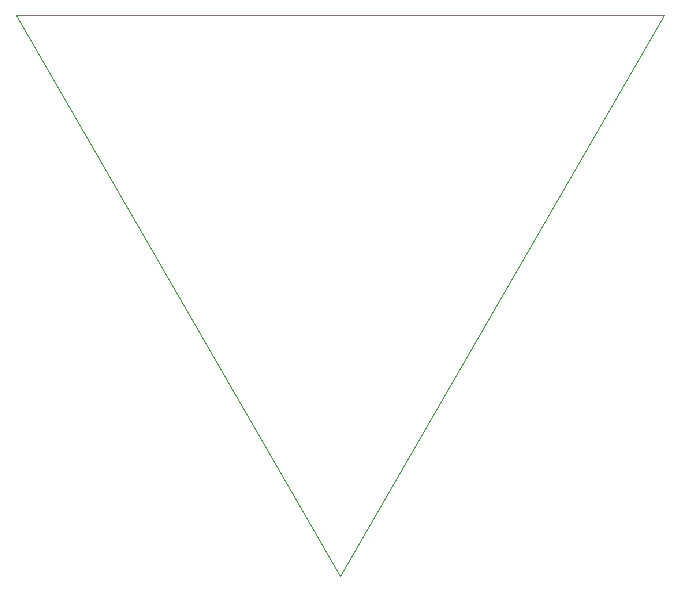
<source format=gbr>
%TF.GenerationSoftware,KiCad,Pcbnew,5.1.7-a382d34a8~87~ubuntu18.04.1*%
%TF.CreationDate,2020-11-25T10:15:00+00:00*%
%TF.ProjectId,mech3,6d656368-332e-46b6-9963-61645f706362,rev?*%
%TF.SameCoordinates,Original*%
%TF.FileFunction,Profile,NP*%
%FSLAX46Y46*%
G04 Gerber Fmt 4.6, Leading zero omitted, Abs format (unit mm)*
G04 Created by KiCad (PCBNEW 5.1.7-a382d34a8~87~ubuntu18.04.1) date 2020-11-25 10:15:00*
%MOMM*%
%LPD*%
G01*
G04 APERTURE LIST*
%TA.AperFunction,Profile*%
%ADD10C,0.050000*%
%TD*%
G04 APERTURE END LIST*
D10*
X145000000Y-197500000D02*
X117600000Y-150000000D01*
X172400000Y-150000000D02*
X145000000Y-197500000D01*
X117600000Y-150000000D02*
X172400000Y-150000000D01*
M02*

</source>
